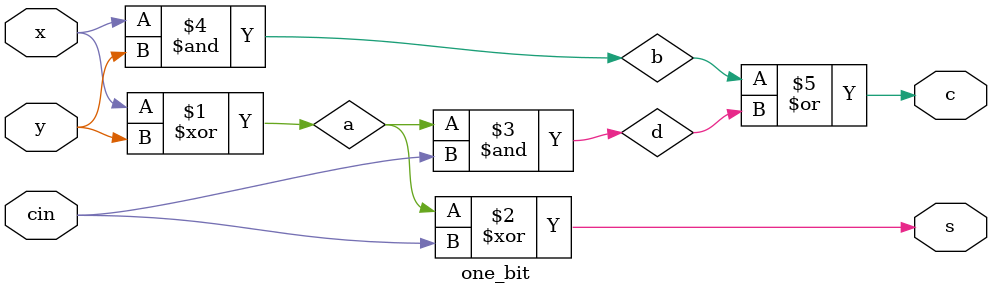
<source format=sv>
`timescale 1ns / 1ps


module one_bit(x,y,cin,c,s);
    
    input logic x,y,cin;
    output logic c,s;
    
    logic a,b,d;   
     
    xor(a ,x ,y);
    xor(s,a,cin);
    and(d,a,cin);
    and(b,x,y);
    or(c,b,d);
    
    
    
//    and(b ,x,y);
//    xor(s,a,cin);
//    and(d,a,cin);
//    or(c,b,d);
    
    
    

endmodule

</source>
